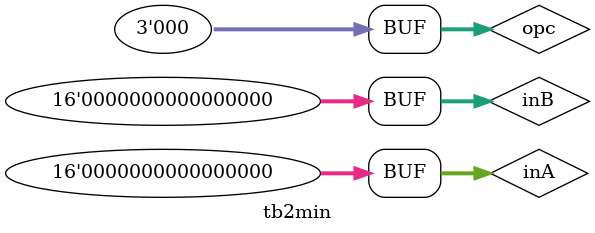
<source format=v>
`timescale 1ns/1ns

module tb2min ();
    reg [15:0]inA, inB;
    reg inc;
    reg [2:0]opc = 3'b0;
    wire zer , neg;
    wire [15:0]w;
    //for synthesized 
    wire syzer , syneg;
    wire [15:0]syw;

    ALU_MIN q2(.inA(inA) , .inB(inB) , .inc(inc) , .opc(opc) , .zer(zer) , .neg(neg) , .w(w));
    SY_ALU_MIN syq2(.inA(inA) , .inB(inB) , .inc(inc) , .opc(opc) , .zer(syzer) , .neg(syneg) , .w(syw));

    //at the same time
    initial {inA , inB , inc} = $random;
    initial repeat (8) #1000 opc = opc + 3'b001;
    initial repeat (8) #1000 {inA , inB , inc} = $random;

endmodule
</source>
